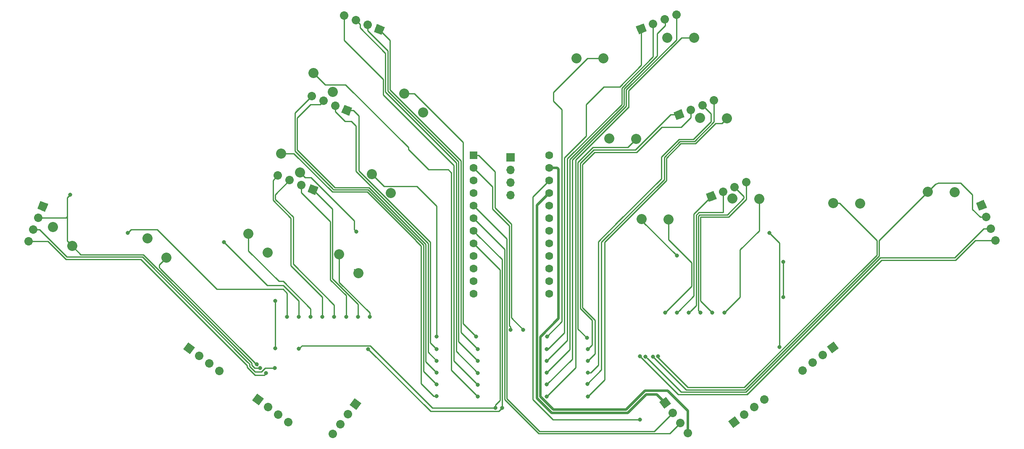
<source format=gbr>
G04 #@! TF.GenerationSoftware,KiCad,Pcbnew,(5.1.4)-1*
G04 #@! TF.CreationDate,2022-11-11T21:55:07-05:00*
G04 #@! TF.ProjectId,ThumbsUp,5468756d-6273-4557-902e-6b696361645f,rev?*
G04 #@! TF.SameCoordinates,Original*
G04 #@! TF.FileFunction,Copper,L1,Top*
G04 #@! TF.FilePolarity,Positive*
%FSLAX46Y46*%
G04 Gerber Fmt 4.6, Leading zero omitted, Abs format (unit mm)*
G04 Created by KiCad (PCBNEW (5.1.4)-1) date 2022-11-11 21:55:07*
%MOMM*%
%LPD*%
G04 APERTURE LIST*
%ADD10C,1.600000*%
%ADD11R,1.600000X1.600000*%
%ADD12C,1.700000*%
%ADD13C,1.700000*%
%ADD14C,0.100000*%
%ADD15C,2.032000*%
%ADD16R,1.700000X1.700000*%
%ADD17O,1.700000X1.700000*%
%ADD18C,0.800000*%
%ADD19C,0.508000*%
%ADD20C,0.254000*%
%ADD21C,0.250000*%
G04 APERTURE END LIST*
D10*
X154432000Y-172212000D03*
X154432000Y-174752000D03*
X154432000Y-177292000D03*
X154432000Y-179832000D03*
X154432000Y-182372000D03*
X154432000Y-184912000D03*
X154432000Y-187452000D03*
X154432000Y-189992000D03*
X154432000Y-192532000D03*
X154432000Y-195072000D03*
X154432000Y-197612000D03*
X154432000Y-200152000D03*
X139192000Y-200152000D03*
X139192000Y-197612000D03*
X139192000Y-195072000D03*
X139192000Y-192532000D03*
X139192000Y-189992000D03*
X139192000Y-187452000D03*
X139192000Y-184912000D03*
X139192000Y-182372000D03*
X139192000Y-179832000D03*
X139192000Y-177292000D03*
X139192000Y-174752000D03*
D11*
X139192000Y-172212000D03*
D12*
X194165141Y-177645498D03*
D13*
X194165141Y-177645498D02*
X194165141Y-177645498D01*
D12*
X191810094Y-178596999D03*
D13*
X191810094Y-178596999D02*
X191810094Y-178596999D01*
D12*
X189455047Y-179548499D03*
D13*
X189455047Y-179548499D02*
X189455047Y-179548499D01*
D12*
X187100000Y-180500000D03*
D14*
G36*
X188206522Y-180969691D02*
G01*
X186630309Y-181606522D01*
X185993478Y-180030309D01*
X187569691Y-179393478D01*
X188206522Y-180969691D01*
X188206522Y-180969691D01*
G37*
D12*
X241528381Y-182311090D03*
D14*
G36*
X241058690Y-183417612D02*
G01*
X240421859Y-181841399D01*
X241998072Y-181204568D01*
X242634903Y-182780781D01*
X241058690Y-183417612D01*
X241058690Y-183417612D01*
G37*
D12*
X242479882Y-184666137D03*
D13*
X242479882Y-184666137D02*
X242479882Y-184666137D01*
D12*
X243431382Y-187021184D03*
D13*
X243431382Y-187021184D02*
X243431382Y-187021184D01*
D12*
X244382883Y-189376231D03*
D13*
X244382883Y-189376231D02*
X244382883Y-189376231D01*
D12*
X172994345Y-146690649D03*
D14*
G36*
X174100867Y-147160340D02*
G01*
X172524654Y-147797171D01*
X171887823Y-146220958D01*
X173464036Y-145584127D01*
X174100867Y-147160340D01*
X174100867Y-147160340D01*
G37*
D12*
X175349392Y-145739148D03*
D13*
X175349392Y-145739148D02*
X175349392Y-145739148D01*
D12*
X177704439Y-144787648D03*
D13*
X177704439Y-144787648D02*
X177704439Y-144787648D01*
D12*
X180059486Y-143836147D03*
D13*
X180059486Y-143836147D02*
X180059486Y-143836147D01*
D12*
X180600000Y-164000000D03*
D14*
G36*
X181706522Y-164469691D02*
G01*
X180130309Y-165106522D01*
X179493478Y-163530309D01*
X181069691Y-162893478D01*
X181706522Y-164469691D01*
X181706522Y-164469691D01*
G37*
D12*
X182955047Y-163048499D03*
D13*
X182955047Y-163048499D02*
X182955047Y-163048499D01*
D12*
X185310094Y-162096999D03*
D13*
X185310094Y-162096999D02*
X185310094Y-162096999D01*
D12*
X187665141Y-161145498D03*
D13*
X187665141Y-161145498D02*
X187665141Y-161145498D01*
D12*
X182393643Y-228262834D03*
D13*
X182393643Y-228262834D02*
X182393643Y-228262834D01*
D12*
X180865033Y-226234299D03*
D13*
X180865033Y-226234299D02*
X180865033Y-226234299D01*
D12*
X179336423Y-224205765D03*
D13*
X179336423Y-224205765D02*
X179336423Y-224205765D01*
D12*
X177807813Y-222177231D03*
D14*
G36*
X177640516Y-223367614D02*
G01*
X176617430Y-222009934D01*
X177975110Y-220986848D01*
X178998196Y-222344528D01*
X177640516Y-223367614D01*
X177640516Y-223367614D01*
G37*
D15*
X236133916Y-179637189D03*
X230711323Y-179563136D03*
X183659694Y-148529216D03*
X178237101Y-148455163D03*
X190215309Y-164754933D03*
X184792716Y-164680880D03*
X196770924Y-180980651D03*
X191348331Y-180906598D03*
X217107982Y-181931492D03*
X211685389Y-181857439D03*
D12*
X205515141Y-215597906D03*
D13*
X205515141Y-215597906D02*
X205515141Y-215597906D01*
D12*
X207543676Y-214069296D03*
D13*
X207543676Y-214069296D02*
X207543676Y-214069296D01*
D12*
X209572210Y-212540686D03*
D13*
X209572210Y-212540686D02*
X209572210Y-212540686D01*
D12*
X211600744Y-211012076D03*
D14*
G36*
X210410361Y-210844779D02*
G01*
X211768041Y-209821693D01*
X212791127Y-211179373D01*
X211433447Y-212202459D01*
X210410361Y-210844779D01*
X210410361Y-210844779D01*
G37*
D12*
X87992618Y-215751511D03*
D13*
X87992618Y-215751511D02*
X87992618Y-215751511D01*
D12*
X85964083Y-214222901D03*
D13*
X85964083Y-214222901D02*
X85964083Y-214222901D01*
D12*
X83935549Y-212694291D03*
D13*
X83935549Y-212694291D02*
X83935549Y-212694291D01*
D12*
X81907015Y-211165681D03*
D14*
G36*
X82074312Y-212356064D02*
G01*
X80716632Y-211332978D01*
X81739718Y-209975298D01*
X83097398Y-210998384D01*
X82074312Y-212356064D01*
X82074312Y-212356064D01*
G37*
D12*
X52395205Y-182503276D03*
D14*
G36*
X51288683Y-182972967D02*
G01*
X51925514Y-181396754D01*
X53501727Y-182033585D01*
X52864896Y-183609798D01*
X51288683Y-182972967D01*
X51288683Y-182972967D01*
G37*
D12*
X51443704Y-184858323D03*
D13*
X51443704Y-184858323D02*
X51443704Y-184858323D01*
D12*
X50492204Y-187213370D03*
D13*
X50492204Y-187213370D02*
X50492204Y-187213370D01*
D12*
X49540703Y-189568417D03*
D13*
X49540703Y-189568417D02*
X49540703Y-189568417D01*
D12*
X120197799Y-146824591D03*
D14*
G36*
X119728108Y-145718069D02*
G01*
X121304321Y-146354900D01*
X120667490Y-147931113D01*
X119091277Y-147294282D01*
X119728108Y-145718069D01*
X119728108Y-145718069D01*
G37*
D12*
X117842752Y-145873090D03*
D13*
X117842752Y-145873090D02*
X117842752Y-145873090D01*
D12*
X115487705Y-144921590D03*
D13*
X115487705Y-144921590D02*
X115487705Y-144921590D01*
D12*
X113132658Y-143970089D03*
D13*
X113132658Y-143970089D02*
X113132658Y-143970089D01*
D12*
X113658765Y-163138249D03*
D14*
G36*
X113189074Y-162031727D02*
G01*
X114765287Y-162668558D01*
X114128456Y-164244771D01*
X112552243Y-163607940D01*
X113189074Y-162031727D01*
X113189074Y-162031727D01*
G37*
D12*
X111303718Y-162186748D03*
D13*
X111303718Y-162186748D02*
X111303718Y-162186748D01*
D12*
X108948671Y-161235248D03*
D13*
X108948671Y-161235248D02*
X108948671Y-161235248D01*
D12*
X106593624Y-160283747D03*
D13*
X106593624Y-160283747D02*
X106593624Y-160283747D01*
D12*
X99778867Y-176283747D03*
D13*
X99778867Y-176283747D02*
X99778867Y-176283747D01*
D12*
X102133914Y-177235248D03*
D13*
X102133914Y-177235248D02*
X102133914Y-177235248D01*
D12*
X104488961Y-178186748D03*
D13*
X104488961Y-178186748D02*
X104488961Y-178186748D01*
D12*
X106844008Y-179138249D03*
D14*
G36*
X106374317Y-178031727D02*
G01*
X107950530Y-178668558D01*
X107313699Y-180244771D01*
X105737486Y-179607940D01*
X106374317Y-178031727D01*
X106374317Y-178031727D01*
G37*
D15*
X106945799Y-155599240D03*
X110795044Y-159419359D03*
X171938588Y-168903604D03*
X166515995Y-168829551D03*
X54471576Y-186707213D03*
X58320821Y-190527332D03*
X73497510Y-189001516D03*
X77346755Y-192821635D03*
X93834568Y-188050675D03*
X97683813Y-191870794D03*
X178494203Y-185129321D03*
X173071610Y-185055268D03*
X125222520Y-159747910D03*
X129071765Y-163568029D03*
X112111289Y-192199345D03*
X115960534Y-196019464D03*
X118666904Y-175973628D03*
X122516149Y-179793747D03*
X165382973Y-152677886D03*
X159960380Y-152603833D03*
X100390183Y-171824957D03*
X104239428Y-175645076D03*
D12*
X101828320Y-226087050D03*
D13*
X101828320Y-226087050D02*
X101828320Y-226087050D01*
D12*
X99799785Y-224558440D03*
D13*
X99799785Y-224558440D02*
X99799785Y-224558440D01*
D12*
X97771251Y-223029830D03*
D13*
X97771251Y-223029830D02*
X97771251Y-223029830D01*
D12*
X95742717Y-221501220D03*
D14*
G36*
X95910014Y-222691603D02*
G01*
X94552334Y-221668517D01*
X95575420Y-220310837D01*
X96933100Y-221333923D01*
X95910014Y-222691603D01*
X95910014Y-222691603D01*
G37*
D16*
X146658765Y-172638249D03*
D17*
X146658765Y-175178249D03*
X146658765Y-177718249D03*
X146658765Y-180258249D03*
D12*
X191716901Y-226026163D03*
D14*
G36*
X192907284Y-226193460D02*
G01*
X191549604Y-227216546D01*
X190526518Y-225858866D01*
X191884198Y-224835780D01*
X192907284Y-226193460D01*
X192907284Y-226193460D01*
G37*
D12*
X193745435Y-224497553D03*
D13*
X193745435Y-224497553D02*
X193745435Y-224497553D01*
D12*
X195773969Y-222968943D03*
D13*
X195773969Y-222968943D02*
X195773969Y-222968943D01*
D12*
X197802504Y-221440333D03*
D13*
X197802504Y-221440333D02*
X197802504Y-221440333D01*
D12*
X110834284Y-228461436D03*
D13*
X110834284Y-228461436D02*
X110834284Y-228461436D01*
D12*
X112362894Y-226432901D03*
D13*
X112362894Y-226432901D02*
X112362894Y-226432901D01*
D12*
X113891504Y-224404367D03*
D13*
X113891504Y-224404367D02*
X113891504Y-224404367D01*
D12*
X115420114Y-222375833D03*
D14*
G36*
X114229731Y-222543130D02*
G01*
X115252817Y-221185450D01*
X116610497Y-222208536D01*
X115587411Y-223566216D01*
X114229731Y-222543130D01*
X114229731Y-222543130D01*
G37*
D18*
X140072750Y-218491500D03*
X149225000Y-207391000D03*
X140072750Y-216110250D03*
X140072750Y-213729000D03*
X140072750Y-211347750D03*
X131760500Y-218446750D03*
X146615043Y-207391000D03*
X131760500Y-216065500D03*
X131760500Y-213684250D03*
X131760500Y-211303000D03*
X108743750Y-204787500D03*
X117983000Y-211328000D03*
X144980013Y-223163491D03*
X111125000Y-204787500D03*
X113506250Y-204787500D03*
X115887500Y-204787500D03*
X88900000Y-189706250D03*
X103981250Y-204787500D03*
X104013004Y-211201000D03*
X143637002Y-223139000D03*
X69550000Y-187850000D03*
X101600000Y-204787500D03*
X140072750Y-220872750D03*
X131760500Y-220828000D03*
X106362500Y-204787500D03*
X139700000Y-208756250D03*
X131762500Y-208756250D03*
X118268750Y-204787500D03*
X153987500Y-208756250D03*
X162052000Y-209073750D03*
X177800000Y-203993750D03*
X153942500Y-220852750D03*
X162233750Y-220854000D03*
X189706250Y-203993750D03*
X153942500Y-218471500D03*
X153942500Y-216090250D03*
X153942500Y-213709000D03*
X153942500Y-211327750D03*
X162117966Y-218356965D03*
X162233750Y-216091500D03*
X162233750Y-213710250D03*
X162233750Y-211329000D03*
X187283098Y-203951848D03*
X184943750Y-203993750D03*
X184943750Y-203993750D03*
X182562500Y-203993750D03*
X180181250Y-203993750D03*
X95538069Y-214382235D03*
X57900000Y-180200000D03*
X96192779Y-215138117D03*
X99187000Y-215138000D03*
X97409000Y-216154000D03*
X99218750Y-201612500D03*
X99218750Y-211137500D03*
X115570000Y-187579000D03*
X198823946Y-187873946D03*
X200818750Y-210901515D03*
X180150002Y-192450000D03*
X201612500Y-193675000D03*
X201612500Y-200818750D03*
X176338135Y-212768953D03*
X175341773Y-212854314D03*
X173863000Y-212820299D03*
X172754566Y-212789862D03*
X172720000Y-225552000D03*
D19*
X182393643Y-227060753D02*
X182393643Y-228262834D01*
X178308000Y-219710000D02*
X182393643Y-223795643D01*
X173736000Y-219710000D02*
X178308000Y-219710000D01*
X169926000Y-223520000D02*
X173736000Y-219710000D01*
X155253672Y-223520000D02*
X169926000Y-223520000D01*
X156083000Y-174752000D02*
X156337000Y-175006000D01*
X156337000Y-175006000D02*
X156337000Y-205142828D01*
X156337000Y-205142828D02*
X152654000Y-208825828D01*
X182393643Y-223795643D02*
X182393643Y-227060753D01*
X154432000Y-174752000D02*
X156083000Y-174752000D01*
X152654000Y-208825828D02*
X152654000Y-220920328D01*
X152654000Y-220920328D02*
X155253672Y-223520000D01*
D20*
X140072750Y-218491500D02*
X135255000Y-213673750D01*
X135255000Y-213673750D02*
X135255000Y-175868761D01*
D21*
X113132658Y-145172170D02*
X113132658Y-143970089D01*
X135228761Y-175868761D02*
X135255000Y-175842522D01*
X135255000Y-175842522D02*
X135255000Y-174244000D01*
X135255000Y-174244000D02*
X120993737Y-159982737D01*
X120993737Y-159982737D02*
X120993737Y-156892837D01*
X120993737Y-156892837D02*
X113132658Y-149031758D01*
X113132658Y-149031758D02*
X113132658Y-145172170D01*
D20*
X140246000Y-172212000D02*
X139192000Y-172212000D01*
X143510000Y-175476000D02*
X140246000Y-172212000D01*
X146812000Y-204978000D02*
X146812000Y-186055000D01*
X149225000Y-207391000D02*
X146812000Y-204978000D01*
X143510000Y-182753000D02*
X143510000Y-175476000D01*
X146812000Y-186055000D02*
X143510000Y-182753000D01*
D21*
X116337704Y-145771589D02*
X115487705Y-144921590D01*
X121443748Y-151606248D02*
X116337704Y-146500204D01*
X116337704Y-146500204D02*
X116337704Y-145771589D01*
X121443748Y-159386409D02*
X121443748Y-151606248D01*
D20*
X135709010Y-173686248D02*
X121445747Y-159422985D01*
X135709010Y-211746510D02*
X135709010Y-173686248D01*
X140072750Y-216110250D02*
X135709010Y-211746510D01*
D21*
X117842752Y-147075171D02*
X117842752Y-145873090D01*
X121893759Y-151126178D02*
X117842752Y-147075171D01*
X121893759Y-159231759D02*
X121893759Y-151126178D01*
X136144000Y-173482000D02*
X121893759Y-159231759D01*
X136144000Y-173545500D02*
X136144000Y-173482000D01*
D20*
X136144000Y-173545500D02*
X136163021Y-173564521D01*
X136163021Y-209819271D02*
X139672751Y-213329001D01*
X136163021Y-173564521D02*
X136163021Y-209819271D01*
X139672751Y-213329001D02*
X140072750Y-213729000D01*
D21*
X122343770Y-153938979D02*
X122343770Y-148970562D01*
X122343770Y-148970562D02*
X120921456Y-147548248D01*
X120921456Y-147548248D02*
X120197799Y-146824591D01*
D20*
X122345769Y-159004001D02*
X122345769Y-153938979D01*
X136617032Y-173275264D02*
X122345769Y-159004001D01*
X140072750Y-211347750D02*
X136617032Y-207892032D01*
X136617032Y-207892032D02*
X136617032Y-173275264D01*
D21*
X105743625Y-161133746D02*
X106593624Y-160283747D01*
X103187500Y-163689871D02*
X105743625Y-161133746D01*
X103187500Y-171392822D02*
X103187500Y-163689871D01*
X110806689Y-179012011D02*
X103187500Y-171392822D01*
D20*
X129105010Y-190326078D02*
X117921943Y-179143011D01*
X110940516Y-179143011D02*
X110807103Y-179009598D01*
X131760500Y-218446750D02*
X129105010Y-215791260D01*
X117921943Y-179143011D02*
X110940516Y-179143011D01*
X129105010Y-215791260D02*
X129105010Y-190326078D01*
X146357989Y-186411949D02*
X146357989Y-206568261D01*
X143002000Y-178562000D02*
X143002000Y-183055960D01*
X146615043Y-206825315D02*
X146615043Y-207391000D01*
X146357989Y-206568261D02*
X146615043Y-206825315D01*
X139192000Y-174752000D02*
X143002000Y-178562000D01*
X143002000Y-183055960D02*
X146357989Y-186411949D01*
D21*
X108258919Y-161925000D02*
X108948671Y-161235248D01*
X109855000Y-177292000D02*
X109823250Y-177292000D01*
X110998000Y-178435000D02*
X109855000Y-177292000D01*
X109823250Y-177292000D02*
X103637510Y-171106260D01*
X103637510Y-171106260D02*
X103637510Y-164649990D01*
X103637510Y-164649990D02*
X106362500Y-161925000D01*
X106362500Y-161925000D02*
X108258919Y-161925000D01*
D20*
X129559020Y-190138020D02*
X118110000Y-178689000D01*
X131760500Y-216065500D02*
X129559020Y-213864020D01*
X118110000Y-178689000D02*
X111252000Y-178689000D01*
X129559020Y-213864020D02*
X129559020Y-190138020D01*
X111252000Y-178689000D02*
X110998000Y-178435000D01*
D21*
X111303718Y-163388829D02*
X111303718Y-162186748D01*
X112484670Y-164569781D02*
X111303718Y-163388829D01*
D20*
X113268889Y-165354000D02*
X112484670Y-164569781D01*
X130013031Y-211936781D02*
X130013030Y-189949963D01*
X131760500Y-213684250D02*
X130013031Y-211936781D01*
X130013030Y-189949963D02*
X115499183Y-175436116D01*
X115499183Y-166299183D02*
X114554000Y-165354000D01*
X115499183Y-175436116D02*
X115499183Y-166299183D01*
X114554000Y-165354000D02*
X113268889Y-165354000D01*
D21*
X114675519Y-163138249D02*
X113658765Y-163138249D01*
D20*
X116078000Y-164211000D02*
X115005249Y-163138249D01*
X131760500Y-211303000D02*
X130467041Y-210009541D01*
X130467041Y-210009541D02*
X130467041Y-189776041D01*
X130467041Y-189776041D02*
X130467039Y-189776039D01*
X130467039Y-189776039D02*
X130467039Y-189761405D01*
X130467039Y-189761405D02*
X116078000Y-175372366D01*
X115005249Y-163138249D02*
X113658765Y-163138249D01*
X116078000Y-175372366D02*
X116078000Y-164211000D01*
D21*
X108743750Y-204221815D02*
X108743750Y-204787500D01*
X98768739Y-177293875D02*
X98768739Y-181240070D01*
X99778867Y-176283747D02*
X98768739Y-177293875D01*
X98768739Y-181240070D02*
X102393750Y-184865081D01*
X102393750Y-184865081D02*
X102393750Y-194468750D01*
X102393750Y-194468750D02*
X108743750Y-200818750D01*
X108743750Y-200818750D02*
X108743750Y-204221815D01*
D20*
X144980011Y-223163493D02*
X144980011Y-193240011D01*
X144980011Y-193240011D02*
X139991999Y-188251999D01*
X139991999Y-188251999D02*
X139192000Y-187452000D01*
X144277503Y-223866001D02*
X144980013Y-223163491D01*
X117983000Y-211328000D02*
X130521001Y-223866001D01*
X130521001Y-223866001D02*
X144277503Y-223866001D01*
D21*
X111125000Y-202406250D02*
X111125000Y-204221815D01*
X102133914Y-177235248D02*
X99218750Y-180150412D01*
X111125000Y-204221815D02*
X111125000Y-204787500D01*
X102843761Y-184678681D02*
X102843761Y-194125011D01*
X102843761Y-194125011D02*
X111125000Y-202406250D01*
X99218750Y-181053671D02*
X102843761Y-184678681D01*
X99218750Y-180150412D02*
X99218750Y-181053671D01*
X113506250Y-200504071D02*
X113506250Y-204221815D01*
X110320277Y-197318098D02*
X113506250Y-200504071D01*
X110320277Y-185585322D02*
X110320277Y-197318098D01*
X104488961Y-179754006D02*
X110320277Y-185585322D01*
X113506250Y-204221815D02*
X113506250Y-204787500D01*
X104488961Y-178186748D02*
X104488961Y-179754006D01*
X110770288Y-183064529D02*
X110770288Y-197131698D01*
X110770288Y-197131698D02*
X115887500Y-202248910D01*
X115887500Y-202248910D02*
X115887500Y-204221815D01*
X106844008Y-179138249D02*
X110770288Y-183064529D01*
X115887500Y-204221815D02*
X115887500Y-204787500D01*
X103981250Y-201612500D02*
X103981250Y-204787500D01*
X100806250Y-198437500D02*
X103981250Y-201612500D01*
X97631250Y-198437500D02*
X100806250Y-198437500D01*
X88900000Y-189706250D02*
X97631250Y-198437500D01*
D20*
X130869964Y-223139000D02*
X143071317Y-223139000D01*
X143071317Y-223139000D02*
X143637002Y-223139000D01*
X104613006Y-210600998D02*
X118331962Y-210600998D01*
X118331962Y-210600998D02*
X130869964Y-223139000D01*
X104013004Y-211201000D02*
X104613006Y-210600998D01*
X143637002Y-222573315D02*
X143637002Y-223139000D01*
X144526000Y-221684317D02*
X143637002Y-222573315D01*
X139192000Y-189992000D02*
X144526000Y-195326000D01*
X144526000Y-195326000D02*
X144526000Y-221684317D01*
D21*
X101600000Y-204221815D02*
X101600000Y-204787500D01*
X70202000Y-187198000D02*
X75438000Y-187198000D01*
X69550000Y-187850000D02*
X70202000Y-187198000D01*
X75438000Y-187198000D02*
X87471250Y-199231250D01*
X87471250Y-199231250D02*
X100806250Y-199231250D01*
X100806250Y-199231250D02*
X101600000Y-200025000D01*
X101600000Y-200025000D02*
X101600000Y-204221815D01*
X107961798Y-156615239D02*
X106945799Y-155599240D01*
X126079236Y-170631619D02*
X113403867Y-157956250D01*
X113403867Y-157956250D02*
X109302809Y-157956250D01*
X109302809Y-157956250D02*
X107961798Y-156615239D01*
D20*
X126079236Y-171037236D02*
X126079236Y-170631619D01*
X130143784Y-175101784D02*
X126079236Y-171037236D01*
X134080784Y-175101784D02*
X130143784Y-175101784D01*
X134747000Y-175768000D02*
X134080784Y-175101784D01*
X140072750Y-220872750D02*
X134747000Y-215547000D01*
X134747000Y-215547000D02*
X134747000Y-175768000D01*
D21*
X101827023Y-171824957D02*
X100390183Y-171824957D01*
X102983224Y-171824957D02*
X101827023Y-171824957D01*
X110753288Y-179595021D02*
X102983224Y-171824957D01*
X117734713Y-179595021D02*
X110753288Y-179595021D01*
X127554215Y-189414523D02*
X117734713Y-179595021D01*
D20*
X128651000Y-190514134D02*
X127552802Y-189415936D01*
X128651000Y-218284185D02*
X128651000Y-190514134D01*
X131760500Y-220828000D02*
X131194815Y-220828000D01*
X131194815Y-220828000D02*
X128651000Y-218284185D01*
D21*
X106362500Y-203200000D02*
X106362500Y-204787500D01*
X100806250Y-197643750D02*
X106362500Y-203200000D01*
X100012500Y-197643750D02*
X100806250Y-197643750D01*
X93834568Y-188050675D02*
X93834568Y-191465818D01*
X93834568Y-191465818D02*
X100012500Y-197643750D01*
D20*
X127239288Y-159747910D02*
X126659360Y-159747910D01*
X137071043Y-206127293D02*
X137071043Y-169579665D01*
X126659360Y-159747910D02*
X125222520Y-159747910D01*
X137071043Y-169579665D02*
X127239288Y-159747910D01*
X139700000Y-208756250D02*
X137071043Y-206127293D01*
X119682903Y-176989627D02*
X118666904Y-175973628D01*
X121144022Y-178450746D02*
X119682903Y-176989627D01*
X127777746Y-178450746D02*
X121144022Y-178450746D01*
X131762500Y-182435500D02*
X127777746Y-178450746D01*
X131762500Y-208756250D02*
X131762500Y-182435500D01*
D21*
X118268750Y-204221815D02*
X118268750Y-204787500D01*
X118268750Y-203993750D02*
X118268750Y-204221815D01*
X112111289Y-192199345D02*
X112111289Y-197836289D01*
X112111289Y-197836289D02*
X118268750Y-203993750D01*
D20*
X163946133Y-152677886D02*
X165382973Y-152677886D01*
X156972000Y-205771750D02*
X156972000Y-162941000D01*
X153987500Y-208756250D02*
X156972000Y-205771750D01*
X156972000Y-162941000D02*
X155321000Y-161290000D01*
X155321000Y-161290000D02*
X155321000Y-159512000D01*
X155321000Y-159512000D02*
X162155114Y-152677886D01*
X162155114Y-152677886D02*
X163946133Y-152677886D01*
X162052000Y-209073750D02*
X160220011Y-207241761D01*
X170227203Y-170614989D02*
X170922589Y-169919603D01*
X170922589Y-169919603D02*
X171938588Y-168903604D01*
X163253875Y-170614989D02*
X170227203Y-170614989D01*
X160220011Y-173648853D02*
X163253875Y-170614989D01*
X160220011Y-207241761D02*
X160220011Y-173648853D01*
D21*
X178494203Y-189244203D02*
X178494203Y-185129321D01*
X180100000Y-190850000D02*
X178494203Y-189244203D01*
X183134000Y-198659750D02*
X177800000Y-203993750D01*
X183134000Y-193884000D02*
X183134000Y-198659750D01*
X180100000Y-190850000D02*
X183134000Y-193884000D01*
X182222854Y-148529216D02*
X183659694Y-148529216D01*
X181064103Y-148529216D02*
X182222854Y-148529216D01*
X170418783Y-159174536D02*
X181064103Y-148529216D01*
D20*
X170418783Y-162487027D02*
X170418783Y-162448217D01*
X159766000Y-173139810D02*
X170418783Y-162487027D01*
X159766000Y-215029250D02*
X159766000Y-173139810D01*
X153942500Y-220852750D02*
X159766000Y-215029250D01*
D21*
X170418783Y-162572395D02*
X170418783Y-162448217D01*
X170418783Y-162448217D02*
X170418783Y-159174536D01*
D20*
X165608000Y-189741533D02*
X178056000Y-177293532D01*
X162233750Y-220854000D02*
X165608000Y-217479750D01*
X165608000Y-217479750D02*
X165608000Y-189741533D01*
D21*
X180975000Y-169862500D02*
X183888816Y-169862500D01*
X178054000Y-172783500D02*
X180975000Y-169862500D01*
X183888816Y-169862500D02*
X187980384Y-165770932D01*
X187980384Y-165770932D02*
X189199310Y-165770932D01*
X189199310Y-165770932D02*
X190215309Y-164754933D01*
D20*
X178055999Y-172785499D02*
X178055999Y-172784328D01*
X178056000Y-177293532D02*
X178055999Y-172785499D01*
D21*
X196770924Y-182417491D02*
X196770924Y-180980651D01*
X196770924Y-187404076D02*
X196770924Y-182417491D01*
X192881250Y-191293750D02*
X196770924Y-187404076D01*
X189706250Y-203993750D02*
X192881250Y-200818750D01*
X192881250Y-200818750D02*
X192881250Y-191293750D01*
X180059486Y-145038228D02*
X180059486Y-143836147D01*
X180059486Y-148897422D02*
X180059486Y-145038228D01*
X169968772Y-158988136D02*
X180059486Y-148897422D01*
X169968772Y-162297800D02*
X169968772Y-158988136D01*
X159093739Y-173172833D02*
X169968772Y-162297800D01*
D20*
X159095153Y-173179901D02*
X159095153Y-173174246D01*
X153942500Y-218471500D02*
X159095153Y-213318847D01*
X159095153Y-213318847D02*
X159095153Y-173179901D01*
D21*
X177800000Y-144883209D02*
X177704439Y-144787648D01*
X177800000Y-146050000D02*
X177800000Y-144883209D01*
X176212500Y-147637500D02*
X177800000Y-146050000D01*
X158643732Y-172986428D02*
X169518761Y-162111400D01*
X169518761Y-162111400D02*
X169518761Y-158801738D01*
X169518761Y-158801738D02*
X176212500Y-152107999D01*
X176212500Y-152107999D02*
X176212500Y-147637500D01*
D20*
X158623000Y-173009988D02*
X158645146Y-172987842D01*
X153942500Y-216090250D02*
X158623000Y-211409750D01*
X158623000Y-211409750D02*
X158623000Y-173009988D01*
D21*
X175349392Y-146941229D02*
X175349392Y-145739148D01*
X175349392Y-152334697D02*
X175349392Y-146941229D01*
X169068750Y-158615339D02*
X175349392Y-152334697D01*
X169068750Y-161925000D02*
X169068750Y-158615339D01*
D20*
X158191723Y-172799199D02*
X169066751Y-161924172D01*
X158115000Y-172875922D02*
X158191723Y-172799199D01*
X153942500Y-213709000D02*
X158115000Y-209536500D01*
X158115000Y-209536500D02*
X158115000Y-172875922D01*
D21*
X161925000Y-166687500D02*
X161925000Y-166624000D01*
X172994345Y-147707403D02*
X172994345Y-146690649D01*
X172994345Y-154030655D02*
X172994345Y-147707403D01*
X168656000Y-158369000D02*
X172994345Y-154030655D01*
X165481000Y-158369000D02*
X168656000Y-158369000D01*
X161925000Y-166624000D02*
X161925000Y-161925000D01*
X161925000Y-161925000D02*
X165481000Y-158369000D01*
D20*
X161925000Y-168275000D02*
X161925000Y-166624000D01*
X157480000Y-172720000D02*
X161925000Y-168275000D01*
X157480000Y-208035125D02*
X157480000Y-172720000D01*
X153942500Y-211327750D02*
X154187375Y-211327750D01*
X154187375Y-211327750D02*
X157480000Y-208035125D01*
D21*
X177603989Y-172597100D02*
X177603989Y-176980011D01*
X183702416Y-169412489D02*
X180788600Y-169412489D01*
X187665141Y-165449764D02*
X183702416Y-169412489D01*
X187665141Y-161145498D02*
X187665141Y-165449764D01*
X180788600Y-169412489D02*
X177603989Y-172597100D01*
D20*
X164973000Y-189734465D02*
X177601990Y-177105475D01*
X177601990Y-177105475D02*
X177601990Y-176980011D01*
X164973000Y-215501931D02*
X164973000Y-189734465D01*
X162117966Y-218356965D02*
X164973000Y-215501931D01*
X164338000Y-189611000D02*
X168275000Y-185674000D01*
X164338000Y-214552935D02*
X164338000Y-189611000D01*
X162233750Y-216091500D02*
X162799435Y-216091500D01*
X162799435Y-216091500D02*
X164338000Y-214552935D01*
D21*
X187071000Y-163857905D02*
X185310094Y-162096999D01*
X187071000Y-165407494D02*
X187071000Y-163857905D01*
X168338500Y-185610500D02*
X177038000Y-176911000D01*
X168275000Y-185547000D02*
X168338500Y-185610500D01*
X177038000Y-176911000D02*
X177038000Y-172526678D01*
X177038000Y-172526678D02*
X180602200Y-168962478D01*
X180602200Y-168962478D02*
X183516016Y-168962478D01*
X183516016Y-168962478D02*
X187071000Y-165407494D01*
X182955047Y-164250580D02*
X182955047Y-163048499D01*
X182955047Y-164550114D02*
X182955047Y-164250580D01*
X181008161Y-166497000D02*
X182955047Y-164550114D01*
X172955300Y-170694616D02*
X177152916Y-166497000D01*
X177152916Y-166497000D02*
X181008161Y-166497000D01*
D20*
X163576000Y-171577000D02*
X172072916Y-171577000D01*
X161128033Y-174024967D02*
X163576000Y-171577000D01*
X162233750Y-213710250D02*
X163703000Y-212241000D01*
X163703000Y-212241000D02*
X163703000Y-205486000D01*
X163703000Y-205486000D02*
X161128033Y-202911033D01*
X161128033Y-202911033D02*
X161128033Y-174024967D01*
X172072916Y-171577000D02*
X172955300Y-170694616D01*
X171831000Y-171069000D02*
X178900000Y-164000000D01*
X178900000Y-164000000D02*
X179583246Y-164000000D01*
X163068000Y-205493068D02*
X160674022Y-203099090D01*
X163441932Y-171069000D02*
X171831000Y-171069000D01*
X160674022Y-173836910D02*
X163441932Y-171069000D01*
X163068000Y-210494750D02*
X163068000Y-205493068D01*
X162233750Y-211329000D02*
X163068000Y-210494750D01*
X179583246Y-164000000D02*
X180600000Y-164000000D01*
X160674022Y-203099090D02*
X160674022Y-173836910D01*
D21*
X184943750Y-201612500D02*
X187283098Y-203951848D01*
X184943750Y-184658000D02*
X184943750Y-201612500D01*
X190611121Y-184658000D02*
X184943750Y-184658000D01*
X194165141Y-181103980D02*
X190611121Y-184658000D01*
X194165141Y-177645498D02*
X194165141Y-181103980D01*
X184543751Y-203593751D02*
X184943750Y-203993750D01*
X184493739Y-203543739D02*
X184543751Y-203593751D01*
X184757350Y-184207989D02*
X184493739Y-184471600D01*
X190311584Y-184207989D02*
X184757350Y-184207989D01*
X193675000Y-180461905D02*
X193675000Y-180844573D01*
X193675000Y-180844573D02*
X190311584Y-184207989D01*
X191810094Y-178596999D02*
X193675000Y-180461905D01*
X184493739Y-184471600D02*
X184493739Y-203543739D01*
X182962499Y-203593751D02*
X182562500Y-203993750D01*
X184034022Y-202522228D02*
X182962499Y-203593751D01*
X184034022Y-184294906D02*
X184034022Y-202522228D01*
X184570950Y-183757978D02*
X184034022Y-184294906D01*
X189455047Y-179548499D02*
X189455047Y-183757978D01*
X189455047Y-183757978D02*
X184570950Y-183757978D01*
X187100000Y-180500000D02*
X183584011Y-184015989D01*
X183584011Y-184015989D02*
X183584011Y-200590989D01*
X180581249Y-203593751D02*
X180181250Y-203993750D01*
X183584011Y-200590989D02*
X180581249Y-203593751D01*
X76240238Y-195228509D02*
X75840239Y-194828510D01*
X94037017Y-213025288D02*
X76240238Y-195228509D01*
D20*
X75840239Y-194328151D02*
X77346755Y-192821635D01*
X75840239Y-194828510D02*
X75840239Y-194328151D01*
X94037017Y-213025288D02*
X95641729Y-214630000D01*
D21*
X58320821Y-190527332D02*
X57304822Y-189511333D01*
X57304822Y-180795178D02*
X57900000Y-180200000D01*
X57041677Y-184858323D02*
X57304822Y-184595178D01*
X51443704Y-184858323D02*
X57041677Y-184858323D01*
X57304822Y-189511333D02*
X57304822Y-184595178D01*
X57304822Y-184595178D02*
X57304822Y-180795178D01*
D20*
X95124527Y-215138117D02*
X95092660Y-215106250D01*
X96192779Y-215138117D02*
X95124527Y-215138117D01*
D21*
X94482294Y-214495884D02*
X95092660Y-215106250D01*
X94482294Y-214114883D02*
X94482294Y-214495884D01*
X72645411Y-192278000D02*
X94482294Y-214114883D01*
X58320821Y-190527332D02*
X60071489Y-192278000D01*
X60071489Y-192278000D02*
X72645411Y-192278000D01*
D20*
X94030283Y-214803043D02*
X94030283Y-214302110D01*
X94030283Y-214302110D02*
X93634262Y-213906089D01*
X95146239Y-215918999D02*
X94030283Y-214803043D01*
X96441037Y-215918999D02*
X95146239Y-215918999D01*
D21*
X50492204Y-187213370D02*
X51705780Y-187213370D01*
D20*
X97222036Y-215138000D02*
X96441037Y-215918999D01*
X99187000Y-215138000D02*
X97222036Y-215138000D01*
D21*
X51705780Y-187213370D02*
X57220421Y-192728011D01*
X72459011Y-192728011D02*
X93636261Y-213905261D01*
X57220421Y-192728011D02*
X72459011Y-192728011D01*
X57034022Y-193178022D02*
X72147022Y-193178022D01*
X72147022Y-193178022D02*
X93578272Y-214609272D01*
X53424417Y-189568417D02*
X57034022Y-193178022D01*
X49540703Y-189568417D02*
X53424417Y-189568417D01*
D20*
X93576273Y-214991100D02*
X93576273Y-214609272D01*
X95139173Y-216553999D02*
X93576273Y-214991100D01*
X97409000Y-216154000D02*
X97009001Y-216553999D01*
X97009001Y-216553999D02*
X95139173Y-216553999D01*
D21*
X115960534Y-196019464D02*
X115150000Y-195208930D01*
X99218750Y-201612500D02*
X99218750Y-211137500D01*
X104239428Y-175645076D02*
X103550000Y-174955648D01*
D20*
X105255427Y-176661075D02*
X104239428Y-175645076D01*
X106405510Y-176661075D02*
X105255427Y-176661075D01*
X115170001Y-185425566D02*
X106405510Y-176661075D01*
X115170001Y-187179001D02*
X115170001Y-185425566D01*
X115570000Y-187579000D02*
X115170001Y-187179001D01*
D21*
X191856598Y-180906598D02*
X191348331Y-180906598D01*
X198823946Y-187873946D02*
X200818750Y-189868750D01*
X200818750Y-189868750D02*
X200818750Y-210901515D01*
X180150002Y-192133660D02*
X180150002Y-192450000D01*
X201612500Y-193675000D02*
X201612500Y-200818750D01*
D20*
X173071610Y-185371608D02*
X173071610Y-185055268D01*
X180150002Y-192450000D02*
X173071610Y-185371608D01*
D21*
X211757439Y-181857439D02*
X211685389Y-181857439D01*
X220472000Y-192321267D02*
X193743267Y-219050000D01*
X220472000Y-189357000D02*
X220472000Y-192321267D01*
X211685389Y-181857439D02*
X212972439Y-181857439D01*
X212972439Y-181857439D02*
X220472000Y-189357000D01*
D20*
X182345586Y-219048586D02*
X176338135Y-213041135D01*
X176338135Y-213041135D02*
X176338135Y-212768953D01*
X193741853Y-219048586D02*
X182345586Y-219048586D01*
D21*
X231727322Y-178547137D02*
X230711323Y-179563136D01*
X241277801Y-184666137D02*
X239712500Y-183100836D01*
X242479882Y-184666137D02*
X241277801Y-184666137D01*
X239712500Y-183100836D02*
X239712500Y-180181250D01*
X232249551Y-178024908D02*
X231727322Y-178547137D01*
X239712500Y-180181250D02*
X237331250Y-177800000D01*
X237331250Y-177800000D02*
X232806219Y-177800000D01*
X232806219Y-177800000D02*
X232249551Y-178024908D01*
X220922011Y-192507667D02*
X220658400Y-192771278D01*
X220658400Y-192771278D02*
X193904667Y-219525011D01*
X220922011Y-189352448D02*
X220922011Y-192507667D01*
X230711323Y-179563136D02*
X220922011Y-189352448D01*
D20*
X182011057Y-219523598D02*
X175741772Y-213254313D01*
X193903253Y-219523598D02*
X182011057Y-219523598D01*
X175741772Y-213254313D02*
X175341773Y-212854314D01*
D21*
X236108464Y-192881250D02*
X221184839Y-192881250D01*
X243431382Y-187021184D02*
X241968530Y-187021184D01*
X241968530Y-187021184D02*
X236108464Y-192881250D01*
X221184839Y-192881250D02*
X194091067Y-219975022D01*
D20*
X194077435Y-219982999D02*
X181025700Y-219982999D01*
X181025700Y-219982999D02*
X174262999Y-213220298D01*
X174262999Y-213220298D02*
X173863000Y-212820299D01*
X194085412Y-219975022D02*
X194077435Y-219982999D01*
D21*
X240249893Y-189376231D02*
X236294864Y-193331261D01*
X221371239Y-193331261D02*
X194277467Y-220425033D01*
X244382883Y-189376231D02*
X240249893Y-189376231D01*
X236294864Y-193331261D02*
X221371239Y-193331261D01*
D20*
X194277467Y-220425033D02*
X194271470Y-220431030D01*
X173154565Y-213189861D02*
X172754566Y-212789862D01*
X180455703Y-220490999D02*
X173154565Y-213189861D01*
X194398664Y-220306663D02*
X194214328Y-220490999D01*
X194214328Y-220490999D02*
X180455703Y-220490999D01*
D21*
X180865033Y-226234299D02*
X180849484Y-226218750D01*
D20*
X145434022Y-221507024D02*
X152278976Y-228351978D01*
X178747355Y-228351977D02*
X180015034Y-227084298D01*
X145434022Y-191154022D02*
X145434022Y-221507024D01*
X139192000Y-184912000D02*
X145434022Y-191154022D01*
X180015034Y-227084298D02*
X180865033Y-226234299D01*
X152278976Y-228351978D02*
X178747355Y-228351977D01*
X145888033Y-189068033D02*
X145888033Y-221318967D01*
X139192000Y-182372000D02*
X145888033Y-189068033D01*
X178486424Y-225055764D02*
X179336423Y-224205765D01*
X175644221Y-227897967D02*
X178486424Y-225055764D01*
X152467033Y-227897967D02*
X175644221Y-227897967D01*
X145888033Y-221318967D02*
X152467033Y-227897967D01*
D19*
X176102582Y-220472000D02*
X177807813Y-222177231D01*
X154432000Y-179832000D02*
X151945990Y-182318010D01*
X151945990Y-182318010D02*
X151945990Y-221213596D01*
X151945990Y-221213596D02*
X154960405Y-224228011D01*
X154960405Y-224228011D02*
X170233989Y-224228011D01*
X170233989Y-224228011D02*
X173990000Y-220472000D01*
X173990000Y-220472000D02*
X176102582Y-220472000D01*
D20*
X155194000Y-225552000D02*
X172720000Y-225552000D01*
X151130000Y-221488000D02*
X155194000Y-225552000D01*
X154432000Y-177292000D02*
X151130000Y-180594000D01*
X151130000Y-180594000D02*
X151130000Y-221488000D01*
M02*

</source>
